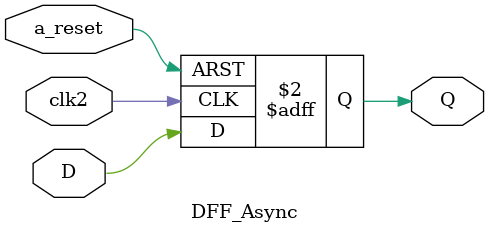
<source format=v>
`timescale 1ns / 1ps


module DFF_Async(
        input D,
        input clk2,
        input a_reset,
        output reg Q
    );
    
    always @(posedge clk2 or posedge a_reset)
        begin
            case(a_reset)
                1'b1 : Q <= 1'b0;
                default : Q <= D;
            endcase
        end
endmodule
</source>
